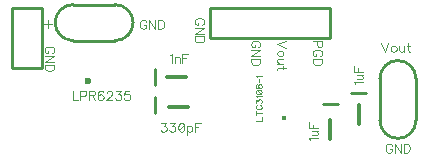
<source format=gbr>
G04 DipTrace 3.2.0.1*
G04 TopSilk.gbr*
%MOMM*%
G04 #@! TF.FileFunction,Legend,Top*
G04 #@! TF.Part,Single*
%ADD10C,0.25*%
%ADD19C,0.3*%
%ADD26O,0.39036X0.37016*%
%ADD28C,0.59994*%
%ADD50C,0.07843*%
%ADD51C,0.11765*%
%FSLAX35Y35*%
G04*
G71*
G90*
G75*
G01*
G04 TopSilk*
%LPD*%
X2921497Y555113D2*
D10*
X3051397D1*
X1262313Y623210D2*
Y753110D1*
Y385110D2*
Y515010D1*
X2683397Y459873D2*
X2813297D1*
X570646Y996087D2*
X925941D1*
X570646Y1300887D2*
X925941D1*
Y996087D2*
G03X925941Y1300887I152J152400D01*
G01*
X570646D2*
G03X570646Y996087I-152J-152400D01*
G01*
X3167387Y675341D2*
Y320046D1*
X3472187Y675341D2*
Y320046D1*
X3167387D2*
G03X3472187Y320046I152400J-152D01*
G01*
Y675341D2*
G03X3167387Y675341I-152400J152D01*
G01*
X49867Y767487D2*
X303867D1*
X49867Y1275487D2*
Y767487D1*
Y1275487D2*
X303867D1*
Y767487D1*
X2748440Y1021487D2*
Y1275487D1*
X1732440Y1021487D2*
X2748440D1*
X1732440Y1275487D2*
X2748440D1*
X1732440Y1021487D2*
Y1275487D1*
D26*
X2359304Y339683D3*
D28*
X692418Y651537D3*
X2986447Y291327D2*
D19*
Y450060D1*
X1367367Y688160D2*
X1526100D1*
X1383240Y434187D2*
X1541973D1*
X2748347Y164340D2*
Y323073D1*
X2115703Y319225D2*
D50*
X2166747D1*
Y348369D1*
X2115704Y381070D2*
X2166747D1*
X2115704Y364055D2*
Y398084D1*
X2127833Y450214D2*
X2123003Y447800D1*
X2118118Y442914D1*
X2115704Y438085D1*
Y428371D1*
X2118118Y423485D1*
X2123004Y418656D1*
X2127833Y416185D1*
X2135133Y413771D1*
X2147318D1*
X2154562Y416185D1*
X2159447Y418656D1*
X2164277Y423485D1*
X2166747Y428371D1*
Y438085D1*
X2164276Y442914D1*
X2159447Y447800D1*
X2154562Y450214D1*
X2115760Y470786D2*
Y497459D1*
X2135189Y482915D1*
Y490215D1*
X2137603Y495045D1*
X2140018Y497459D1*
X2147318Y499930D1*
X2152147D1*
X2159447Y497459D1*
X2164333Y492630D1*
X2166747Y485330D1*
Y478030D1*
X2164333Y470786D1*
X2161862Y468371D1*
X2157033Y465901D1*
X2125474Y515616D2*
X2123003Y520502D1*
X2115760Y527802D1*
X2166747D1*
X2115760Y558088D2*
X2118174Y550788D1*
X2125474Y545902D1*
X2137603Y543488D1*
X2144903D1*
X2157033Y545902D1*
X2164333Y550788D1*
X2166747Y558088D1*
Y562917D1*
X2164333Y570217D1*
X2157033Y575046D1*
X2144903Y577517D1*
X2137603D1*
X2125474Y575046D1*
X2118174Y570217D1*
X2115760Y562917D1*
Y558088D1*
X2125474Y575046D2*
X2157033Y545902D1*
X2115760Y605333D2*
X2118174Y598089D1*
X2123003Y595618D1*
X2127889D1*
X2132718Y598089D1*
X2135189Y602918D1*
X2137603Y612633D1*
X2140018Y619933D1*
X2144903Y624762D1*
X2149733Y627176D1*
X2157033D1*
X2161862Y624762D1*
X2164333Y622347D1*
X2166747Y615047D1*
Y605333D1*
X2164333Y598089D1*
X2161862Y595618D1*
X2157033Y593203D1*
X2149733D1*
X2144903Y595618D1*
X2140018Y600503D1*
X2137603Y607747D1*
X2135189Y617462D1*
X2132718Y622347D1*
X2127889Y624762D1*
X2123003D1*
X2118174Y622347D1*
X2115760Y615047D1*
Y605333D1*
X2141253Y642863D2*
Y670940D1*
X2125474Y686626D2*
X2123003Y691511D1*
X2115760Y698811D1*
X2166747D1*
X565016Y569382D2*
D51*
Y492816D1*
X608731D1*
X632261Y529288D2*
X665111D1*
X675977Y532910D1*
X679683Y536616D1*
X683305Y543860D1*
Y554810D1*
X679683Y562054D1*
X675977Y565760D1*
X665111Y569382D1*
X632261D1*
Y492816D1*
X706834Y532910D2*
X739600D1*
X750550Y536616D1*
X754256Y540238D1*
X757878Y547482D1*
Y554810D1*
X754256Y562054D1*
X750550Y565760D1*
X739600Y569382D1*
X706834D1*
Y492816D1*
X732356Y532910D2*
X757878Y492816D1*
X825123Y558432D2*
X821501Y565675D1*
X810551Y569297D1*
X803307D1*
X792357Y565675D1*
X785029Y554725D1*
X781407Y536532D1*
Y518338D1*
X785029Y503766D1*
X792357Y496438D1*
X803307Y492816D1*
X806929D1*
X817795Y496438D1*
X825123Y503766D1*
X828745Y514716D1*
Y518338D1*
X825123Y529288D1*
X817795Y536532D1*
X806929Y540154D1*
X803307D1*
X792357Y536532D1*
X785029Y529288D1*
X781407Y518338D1*
X855981Y551104D2*
Y554725D1*
X859603Y562054D1*
X863224Y565675D1*
X870553Y569297D1*
X885124D1*
X892368Y565675D1*
X895990Y562054D1*
X899696Y554725D1*
Y547482D1*
X895990Y540154D1*
X888746Y529288D1*
X852274Y492816D1*
X903318D1*
X934176Y569297D2*
X974185D1*
X952370Y540154D1*
X963320D1*
X970564Y536532D1*
X974185Y532910D1*
X977892Y521960D1*
Y514716D1*
X974185Y503766D1*
X966942Y496438D1*
X955992Y492816D1*
X945042D1*
X934176Y496438D1*
X930554Y500144D1*
X926848Y507388D1*
X1045137Y569297D2*
X1008749D1*
X1005127Y536532D1*
X1008749Y540154D1*
X1019699Y543860D1*
X1030565D1*
X1041515Y540154D1*
X1048843Y532910D1*
X1052465Y521960D1*
Y514716D1*
X1048843Y503766D1*
X1041515Y496438D1*
X1030565Y492816D1*
X1019699D1*
X1008749Y496438D1*
X1005127Y500144D1*
X1001421Y507388D1*
X359681Y1167051D2*
Y1101435D1*
X326916Y1134201D2*
X392531D1*
X390008Y891215D2*
X397251Y894837D1*
X404580Y902165D1*
X408202Y909409D1*
Y923981D1*
X404580Y931309D1*
X397252Y938553D1*
X390008Y942259D1*
X379058Y945881D1*
X360780D1*
X349914Y942259D1*
X342586Y938553D1*
X335342Y931309D1*
X331636Y923981D1*
Y909409D1*
X335342Y902165D1*
X342586Y894837D1*
X349914Y891215D1*
X360780D1*
Y909409D1*
X408201Y816642D2*
X331636D1*
X408201Y867686D1*
X331636D1*
X408201Y793112D2*
X331636Y793113D1*
Y767591D1*
X335342Y756641D1*
X342586Y749313D1*
X349914Y745691D1*
X360780Y742069D1*
X379058D1*
X390008Y745691D1*
X397251Y749312D1*
X404580Y756641D1*
X408201Y767591D1*
Y793112D1*
X1191121Y1154374D2*
X1187500Y1161618D1*
X1180171Y1168946D1*
X1172928Y1172568D1*
X1158356D1*
X1151028Y1168946D1*
X1143784Y1161618D1*
X1140078Y1154374D1*
X1136456Y1143424D1*
Y1125146D1*
X1140078Y1114281D1*
X1143784Y1106953D1*
X1151028Y1099709D1*
X1158356Y1096003D1*
X1172928D1*
X1180171Y1099709D1*
X1187500Y1106953D1*
X1191121Y1114281D1*
Y1125146D1*
X1172928D1*
X1265695Y1172568D2*
Y1096003D1*
X1214651Y1172568D1*
Y1096003D1*
X1289224Y1172568D2*
Y1096003D1*
X1314746D1*
X1325696Y1099709D1*
X1333024Y1106953D1*
X1336646Y1114281D1*
X1340268Y1125146D1*
Y1143424D1*
X1336646Y1154374D1*
X1333024Y1161618D1*
X1325696Y1168946D1*
X1314746Y1172568D1*
X1289224D1*
X1659874Y1129315D2*
X1667118Y1132937D1*
X1674446Y1140265D1*
X1678068Y1147509D1*
Y1162081D1*
X1674446Y1169409D1*
X1667118Y1176653D1*
X1659874Y1180359D1*
X1648924Y1183981D1*
X1630646D1*
X1619781Y1180359D1*
X1612452Y1176653D1*
X1605209Y1169409D1*
X1601502Y1162081D1*
Y1147509D1*
X1605209Y1140265D1*
X1612452Y1132937D1*
X1619780Y1129315D1*
X1630646D1*
Y1147509D1*
X1678068Y1054742D2*
X1601502D1*
X1678068Y1105786D1*
X1601502D1*
X1678068Y1031212D2*
X1601502Y1031213D1*
Y1005691D1*
X1605209Y994741D1*
X1612452Y987413D1*
X1619781Y983791D1*
X1630646Y980169D1*
X1648924D1*
X1659874Y983791D1*
X1667118Y987412D1*
X1674446Y994741D1*
X1678068Y1005691D1*
Y1031212D1*
X2136074Y938835D2*
X2143318Y942457D1*
X2150646Y949785D1*
X2154268Y957029D1*
Y971601D1*
X2150646Y978929D1*
X2143318Y986173D1*
X2136074Y989879D1*
X2125124Y993501D1*
X2106846D1*
X2095981Y989879D1*
X2088652Y986173D1*
X2081409Y978929D1*
X2077702Y971601D1*
Y957029D1*
X2081409Y949785D1*
X2088652Y942457D1*
X2095980Y938835D1*
X2106846D1*
Y957029D1*
X2154268Y864262D2*
X2077702D1*
X2154268Y915306D1*
X2077702D1*
X2154268Y840732D2*
X2077702Y840733D1*
Y815211D1*
X2081409Y804261D1*
X2088652Y796933D1*
X2095981Y793311D1*
X2106846Y789689D1*
X2125124D1*
X2136074Y793311D1*
X2143318Y796932D1*
X2150646Y804261D1*
X2154268Y815211D1*
Y840732D1*
X2637994Y993501D2*
Y960651D1*
X2641616Y949785D1*
X2645322Y946079D1*
X2652566Y942457D1*
X2663516D1*
X2670760Y946079D1*
X2674466Y949785D1*
X2678088Y960651D1*
Y993501D1*
X2601523D1*
X2659894Y864262D2*
X2667138Y867884D1*
X2674466Y875212D1*
X2678088Y882456D1*
Y897028D1*
X2674466Y904356D1*
X2667138Y911599D1*
X2659894Y915306D1*
X2648944Y918928D1*
X2630666D1*
X2619800Y915306D1*
X2612472Y911600D1*
X2605229Y904356D1*
X2601522Y897028D1*
Y882456D1*
X2605229Y875212D1*
X2612472Y867884D1*
X2619800Y864262D1*
X2630666D1*
Y882456D1*
X2678088Y840732D2*
X2601522Y840733D1*
Y815211D1*
X2605229Y804261D1*
X2612472Y796933D1*
X2619801Y793311D1*
X2630666Y789689D1*
X2648944D1*
X2659894Y793311D1*
X2667138Y796932D1*
X2674466Y804261D1*
X2678088Y815211D1*
Y840732D1*
X2376495Y993501D2*
X2299929Y964357D1*
X2376495Y935213D1*
X2350973Y893490D2*
X2347351Y900734D1*
X2340023Y908062D1*
X2329073Y911684D1*
X2321829D1*
X2310879Y908062D1*
X2303635Y900734D1*
X2299929Y893490D1*
Y882540D1*
X2303635Y875212D1*
X2310879Y867968D1*
X2321829Y864262D1*
X2329073D1*
X2340023Y867968D1*
X2347351Y875212D1*
X2350973Y882540D1*
Y893490D1*
Y840732D2*
X2314501Y840733D1*
X2303635Y837111D1*
X2299929Y829783D1*
Y818833D1*
X2303635Y811589D1*
X2314501Y800639D1*
X2350973D2*
X2299929D1*
X2376495Y766159D2*
X2314501D1*
X2303635Y762537D1*
X2299929Y755209D1*
Y747965D1*
X2350973Y777109D2*
Y751587D1*
X3270528Y106734D2*
X3266906Y113978D1*
X3259578Y121306D1*
X3252334Y124928D1*
X3237762D1*
X3230434Y121306D1*
X3223190Y113978D1*
X3219484Y106734D1*
X3215862Y95784D1*
Y77506D1*
X3219484Y66641D1*
X3223190Y59313D1*
X3230434Y52069D1*
X3237762Y48363D1*
X3252334D1*
X3259578Y52069D1*
X3266906Y59313D1*
X3270528Y66641D1*
Y77506D1*
X3252334D1*
X3345101Y124928D2*
Y48363D1*
X3294058Y124928D1*
Y48363D1*
X3368631Y124928D2*
Y48363D1*
X3394153D1*
X3405103Y52069D1*
X3412431Y59313D1*
X3416053Y66641D1*
X3419675Y77506D1*
Y95784D1*
X3416053Y106734D1*
X3412431Y113978D1*
X3405103Y121306D1*
X3394153Y124928D1*
X3368631D1*
X3179129Y977102D2*
X3208273Y900536D1*
X3237417Y977102D1*
X3279140Y951580D2*
X3271896Y947958D1*
X3264568Y940630D1*
X3260946Y929680D1*
Y922436D1*
X3264568Y911486D1*
X3271896Y904242D1*
X3279140Y900536D1*
X3290090D1*
X3297418Y904242D1*
X3304662Y911486D1*
X3308368Y922436D1*
Y929680D1*
X3304662Y940630D1*
X3297418Y947958D1*
X3290090Y951580D1*
X3279140D1*
X3331897D2*
Y915108D1*
X3335519Y904242D1*
X3342847Y900536D1*
X3353797D1*
X3361041Y904242D1*
X3371991Y915108D1*
Y951580D2*
Y900536D1*
X3406471Y977102D2*
Y915108D1*
X3410093Y904242D1*
X3417421Y900536D1*
X3424665D1*
X3395521Y951580D2*
X3421043D1*
X1390429Y872192D2*
X1397757Y875898D1*
X1408707Y886764D1*
Y810283D1*
X1432237Y861326D2*
Y810283D1*
Y846754D2*
X1443187Y857704D1*
X1450515Y861326D1*
X1461380D1*
X1468708Y857704D1*
X1472330Y846754D1*
Y810283D1*
X1543282Y886848D2*
X1495860D1*
Y810283D1*
Y850376D2*
X1525004D1*
X1318390Y299451D2*
X1358400D1*
X1336584Y270307D1*
X1347534D1*
X1354778Y266685D1*
X1358400Y263063D1*
X1362106Y252113D1*
Y244869D1*
X1358400Y233919D1*
X1351156Y226591D1*
X1340206Y222969D1*
X1329256D1*
X1318390Y226591D1*
X1314769Y230297D1*
X1311062Y237541D1*
X1392964Y299451D2*
X1432973D1*
X1411158Y270307D1*
X1422108D1*
X1429351Y266685D1*
X1432973Y263063D1*
X1436679Y252113D1*
Y244869D1*
X1432973Y233919D1*
X1425729Y226591D1*
X1414779Y222969D1*
X1403829D1*
X1392964Y226591D1*
X1389342Y230297D1*
X1385636Y237541D1*
X1482109Y299451D2*
X1471159Y295829D1*
X1463831Y284879D1*
X1460209Y266685D1*
Y255735D1*
X1463831Y237541D1*
X1471159Y226591D1*
X1482109Y222969D1*
X1489353D1*
X1500303Y226591D1*
X1507547Y237541D1*
X1511253Y255735D1*
Y266685D1*
X1507547Y284879D1*
X1500303Y295829D1*
X1489353Y299451D1*
X1482109D1*
X1507547Y284879D2*
X1463831Y237541D1*
X1534782Y274013D2*
Y197447D1*
Y263063D2*
X1542110Y270307D1*
X1549354Y274013D1*
X1560304D1*
X1567632Y270307D1*
X1574876Y263063D1*
X1578582Y252113D1*
Y244785D1*
X1574876Y233919D1*
X1567632Y226591D1*
X1560304Y222969D1*
X1549354D1*
X1542110Y226591D1*
X1534782Y233919D1*
X1649533Y299535D2*
X1602112D1*
Y222969D1*
Y263063D2*
X1631255D1*
X2579088Y150919D2*
X2575382Y158247D1*
X2564516Y169197D1*
X2640998D1*
X2589954Y192727D2*
X2626426D1*
X2637291Y196349D1*
X2640998Y203677D1*
Y214627D1*
X2637291Y221870D1*
X2626426Y232820D1*
X2589954Y232821D2*
X2640998Y232820D1*
X2564432Y303772D2*
Y256350D1*
X2640998D1*
X2600904D2*
Y285494D1*
X2960048Y627119D2*
X2956342Y634447D1*
X2945476Y645397D1*
X3021958D1*
X2970914Y668927D2*
X3007386D1*
X3018251Y672549D1*
X3021958Y679877D1*
Y690827D1*
X3018251Y698070D1*
X3007386Y709020D1*
X2970914Y709021D2*
X3021958Y709020D1*
X2945392Y779972D2*
Y732550D1*
X3021958D1*
X2981864D2*
Y761694D1*
M02*

</source>
